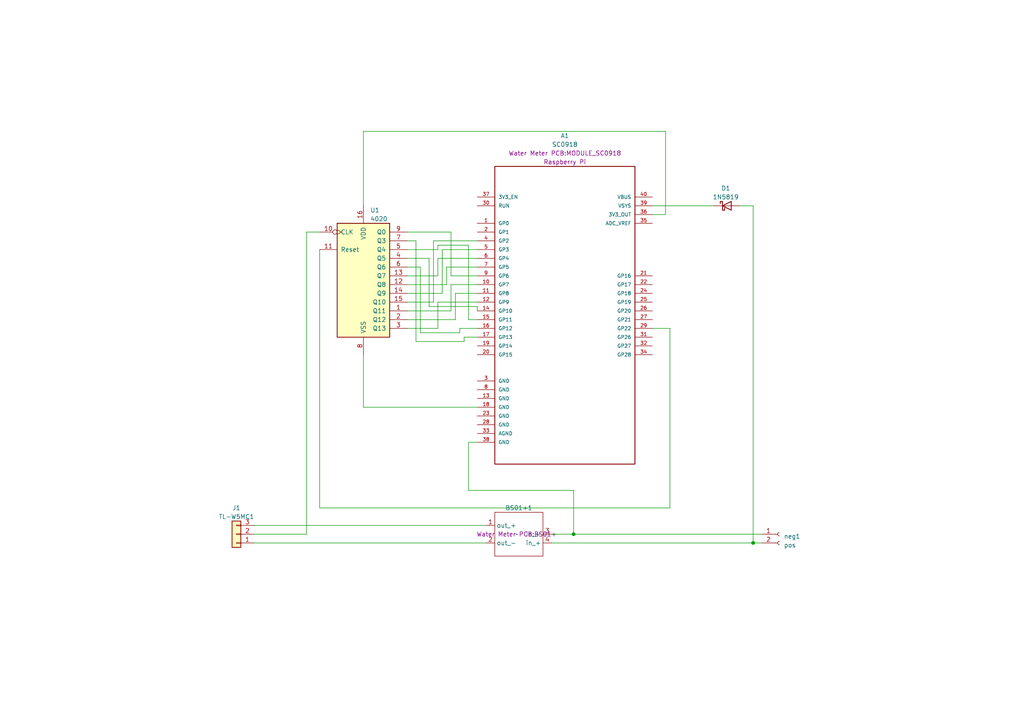
<source format=kicad_sch>
(kicad_sch (version 20230121) (generator eeschema)
  (paper "A4")
  (lib_symbols
    (symbol "4xxx:4020" (pin_names (offset 1.016))
      (property "Reference" "U" (at -7.62 16.51 0))
      (property "Value" "4020" (at -7.62 -19.05 0))
      (symbol "4020_1_0"
        (pin output line (at 12.7 -10.16 180) (length 5.08) (name "Q11") (number "1"))
        (pin input inverted_clock (at -12.7 12.7 0) (length 5.08) (name "CLK") (number "10"))
        (pin input line (at -12.7 7.62 0) (length 5.08) (name "Reset") (number "11"))
        (pin output line (at 12.7 -2.54 180) (length 5.08) (name "Q8") (number "12"))
        (pin output line (at 12.7 0 180) (length 5.08) (name "Q7") (number "13"))
        (pin output line (at 12.7 -5.08 180) (length 5.08) (name "Q9") (number "14"))
        (pin output line (at 12.7 -7.62 180) (length 5.08) (name "Q10") (number "15"))
        (pin power_in line (at 0 20.32 270) (length 5.08) (name "VDD") (number "16"))
        (pin output line (at 12.7 -12.7 180) (length 5.08) (name "Q12") (number "2"))
        (pin output line (at 12.7 -15.24 180) (length 5.08) (name "Q13") (number "3"))
        (pin output line (at 12.7 5.08 180) (length 5.08) (name "Q5") (number "4"))
        (pin output line (at 12.7 7.62 180) (length 5.08) (name "Q4") (number "5"))
        (pin output line (at 12.7 2.54 180) (length 5.08) (name "Q6") (number "6"))
        (pin output line (at 12.7 10.16 180) (length 5.08) (name "Q3") (number "7"))
        (pin power_in line (at 0 -22.86 90) (length 5.08) (name "VSS") (number "8"))
        (pin output line (at 12.7 12.7 180) (length 5.08) (name "Q0") (number "9"))
      )
      (symbol "4020_1_1"
        (rectangle (start -7.62 15.24) (end 7.62 -17.78) (stroke (width 0.254)) (fill (type background)))
      )
    )
    (symbol "Connector:Conn_01x02_Socket" (pin_names (offset 1.016) hide)
      (property "Reference" "J" (at 0 2.54 0))
      (property "Value" "Conn_01x02_Socket" (at 0 -5.08 0))
      (symbol "Conn_01x02_Socket_1_1"
        (arc (start 0 -2.032) (mid -0.5058 -2.54) (end 0 -3.048) (stroke (width 0.1524)))
        (polyline (pts (xy -1.27 -2.54) (xy -0.508 -2.54)) (stroke (width 0.1524)))
        (polyline (pts (xy -1.27 0) (xy -0.508 0)) (stroke (width 0.1524)))
        (arc (start 0 0.508) (mid -0.5058 0) (end 0 -0.508) (stroke (width 0.1524)))
        (pin passive line (at -5.08 0 0) (length 3.81) (name "Pin_1") (number "1"))
        (pin passive line (at -5.08 -2.54 0) (length 3.81) (name "Pin_2") (number "2"))
      )
    )
    (symbol "Connector_Generic:Conn_01x03" (pin_names (offset 1.016) hide)
      (property "Reference" "J" (at 0 5.08 0))
      (property "Value" "Conn_01x03" (at 0 -5.08 0))
      (symbol "Conn_01x03_1_1"
        (rectangle (start -1.27 -2.413) (end 0 -2.667) (stroke (width 0.1524)))
        (rectangle (start -1.27 0.127) (end 0 -0.127) (stroke (width 0.1524)))
        (rectangle (start -1.27 2.667) (end 0 2.413) (stroke (width 0.1524)))
        (rectangle (start -1.27 3.81) (end 1.27 -3.81) (stroke (width 0.254)) (fill (type background)))
        (pin passive line (at -5.08 2.54 0) (length 3.81) (name "Pin_1") (number "1"))
        (pin passive line (at -5.08 0 0) (length 3.81) (name "Pin_2") (number "2"))
        (pin passive line (at -5.08 -2.54 0) (length 3.81) (name "Pin_3") (number "3"))
      )
    )
    (symbol "Diode:1N5819" (pin_numbers hide) (pin_names (offset 1.016) hide)
      (property "Reference" "D" (at 0 2.54 0))
      (property "Value" "1N5819" (at 0 -2.54 0))
      (symbol "1N5819_0_1"
        (polyline (pts (xy 1.27 0) (xy -1.27 0)))
        (polyline (pts (xy 1.27 1.27) (xy 1.27 -1.27) (xy -1.27 0) (xy 1.27 1.27)) (stroke (width 0.254)))
        (polyline (pts (xy -1.905 0.635) (xy -1.905 1.27) (xy -1.27 1.27) (xy -1.27 -1.27) (xy -0.635 -1.27) (xy -0.635 -0.635)) (stroke (width 0.254)))
      )
      (symbol "1N5819_1_1"
        (pin passive line (at -3.81 0 0) (length 2.54) (name "K") (number "1"))
        (pin passive line (at 3.81 0 180) (length 2.54) (name "A") (number "2"))
      )
    )
    (symbol "Power Modules:BS01+"
      (property "Reference" "BS01+" (at 3.81 5.08 0))
      (symbol "BS01+_0_1"
        (rectangle (start -6.35 6.35) (end 7.62 -6.35))
      )
      (symbol "BS01+_1_1"
        (pin output line (at -8.89 2.54 0) (length 2.54) (name "out_+") (number "1"))
        (pin output line (at -8.89 -2.54 0) (length 2.54) (name "out_-") (number "2"))
        (pin input line (at 10.16 0 180) (length 2.54) (name "in_-") (number "3"))
        (pin input line (at 10.16 -2.54 180) (length 2.54) (name "in_+") (number "4"))
      )
    )
    (symbol "Raspberry_Pi_Pico_W_SC0918:SC0918" (pin_names (offset 1.016))
      (property "Reference" "A1" (at 0 58.42 0))
      (property "Value" "SC0918" (at 0 55.88 0))
      (property "Footprint" "Raspberry Pi:MODULE_SC0918" (at -12.7 -46.99 0))
      (property "manufacturer" "Raspberry Pi" (at 0 53.34 0))
      (symbol "SC0918_0_0"
        (rectangle (start -20.32 -43.18) (end 20.32 43.18) (stroke (width 0.254)))
        (pin bidirectional line (at -25.4 26.67 0) (length 5.08) (name "GP0") (number "1"))
        (pin bidirectional line (at -25.4 8.89 0) (length 5.08) (name "GP7") (number "10"))
        (pin bidirectional line (at -25.4 6.35 0) (length 5.08) (name "GP8") (number "11"))
        (pin bidirectional line (at -25.4 3.81 0) (length 5.08) (name "GP9") (number "12"))
        (pin power_in line (at -25.4 -24.13 0) (length 5.08) (name "GND") (number "13"))
        (pin bidirectional line (at -25.4 1.27 0) (length 5.08) (name "GP10") (number "14"))
        (pin bidirectional line (at -25.4 -1.27 0) (length 5.08) (name "GP11") (number "15"))
        (pin bidirectional line (at -25.4 -3.81 0) (length 5.08) (name "GP12") (number "16"))
        (pin bidirectional line (at -25.4 -6.35 0) (length 5.08) (name "GP13") (number "17"))
        (pin power_in line (at -25.4 -26.67 0) (length 5.08) (name "GND") (number "18"))
        (pin bidirectional line (at -25.4 -8.89 0) (length 5.08) (name "GP14") (number "19"))
        (pin bidirectional line (at -25.4 24.13 0) (length 5.08) (name "GP1") (number "2"))
        (pin bidirectional line (at -25.4 -11.43 0) (length 5.08) (name "GP15") (number "20"))
        (pin bidirectional line (at 25.4 11.43 180) (length 5.08) (name "GP16") (number "21"))
        (pin bidirectional line (at 25.4 8.89 180) (length 5.08) (name "GP17") (number "22"))
        (pin power_in line (at -25.4 -29.21 0) (length 5.08) (name "GND") (number "23"))
        (pin bidirectional line (at 25.4 6.35 180) (length 5.08) (name "GP18") (number "24"))
        (pin bidirectional line (at 25.4 3.81 180) (length 5.08) (name "GP19") (number "25"))
        (pin bidirectional line (at 25.4 1.27 180) (length 5.08) (name "GP20") (number "26"))
        (pin bidirectional line (at 25.4 -1.27 180) (length 5.08) (name "GP21") (number "27"))
        (pin power_in line (at -25.4 -31.75 0) (length 5.08) (name "GND") (number "28"))
        (pin bidirectional line (at 25.4 -3.81 180) (length 5.08) (name "GP22") (number "29"))
        (pin power_in line (at -25.4 -19.05 0) (length 5.08) (name "GND") (number "3"))
        (pin input line (at -25.4 31.75 0) (length 5.08) (name "RUN") (number "30"))
        (pin bidirectional line (at 25.4 -6.35 180) (length 5.08) (name "GP26") (number "31"))
        (pin bidirectional line (at 25.4 -8.89 180) (length 5.08) (name "GP27") (number "32"))
        (pin power_in line (at -25.4 -34.29 0) (length 5.08) (name "AGND") (number "33"))
        (pin bidirectional line (at 25.4 -11.43 180) (length 5.08) (name "GP28") (number "34"))
        (pin power_in line (at 25.4 26.67 180) (length 5.08) (name "ADC_VREF") (number "35"))
        (pin power_in line (at 25.4 29.21 180) (length 5.08) (name "3V3_OUT") (number "36"))
        (pin input line (at -25.4 34.29 0) (length 5.08) (name "3V3_EN") (number "37"))
        (pin power_in line (at -25.4 -36.83 0) (length 5.08) (name "GND") (number "38"))
        (pin free line (at 25.4 31.75 180) (length 5.08) (name "VSYS") (number "39"))
        (pin bidirectional line (at -25.4 21.59 0) (length 5.08) (name "GP2") (number "4"))
        (pin free line (at 25.4 34.29 180) (length 5.08) (name "VBUS") (number "40"))
        (pin bidirectional line (at -25.4 19.05 0) (length 5.08) (name "GP3") (number "5"))
        (pin bidirectional line (at -25.4 16.51 0) (length 5.08) (name "GP4") (number "6"))
        (pin bidirectional line (at -25.4 13.97 0) (length 5.08) (name "GP5") (number "7"))
        (pin power_in line (at -25.4 -21.59 0) (length 5.08) (name "GND") (number "8"))
        (pin bidirectional line (at -25.4 11.43 0) (length 5.08) (name "GP6") (number "9"))
      )
    )
  )
  (junction (at 218.44 157.48))
  (junction (at 166.37 154.94))
  (wire (pts (xy 132.08 85.09) (xy 138.43 85.09)))
  (wire (pts (xy 166.37 154.94) (xy 220.98 154.94)))
  (wire (pts (xy 134.62 99.06) (xy 134.62 97.79)))
  (wire (pts (xy 129.54 77.47) (xy 138.43 77.47)))
  (wire (pts (xy 138.43 128.27) (xy 135.89 128.27)))
  (wire (pts (xy 127 72.39) (xy 127 71.12)))
  (wire (pts (xy 189.23 62.23) (xy 193.04 62.23)))
  (wire (pts (xy 127 71.12) (xy 135.89 71.12)))
  (wire (pts (xy 118.11 74.93) (xy 124.46 74.93)))
  (wire (pts (xy 125.73 87.63) (xy 125.73 69.85)))
  (wire (pts (xy 194.31 95.25) (xy 194.31 147.32)))
  (wire (pts (xy 125.73 69.85) (xy 138.43 69.85)))
  (wire (pts (xy 128.27 85.09) (xy 128.27 72.39)))
  (wire (pts (xy 127 80.01) (xy 127 74.93)))
  (wire (pts (xy 118.11 85.09) (xy 128.27 85.09)))
  (wire (pts (xy 118.11 67.31) (xy 130.81 67.31)))
  (wire (pts (xy 194.31 147.32) (xy 92.71 147.32)))
  (wire (pts (xy 88.9 67.31) (xy 92.71 67.31)))
  (wire (pts (xy 130.81 80.01) (xy 138.43 80.01)))
  (wire (pts (xy 166.37 142.24) (xy 166.37 154.94)))
  (wire (pts (xy 127 95.25) (xy 127 87.63)))
  (wire (pts (xy 135.89 92.71) (xy 138.43 92.71)))
  (wire (pts (xy 130.81 67.31) (xy 130.81 80.01)))
  (wire (pts (xy 124.46 88.9) (xy 138.43 88.9)))
  (wire (pts (xy 189.23 59.69) (xy 207.01 59.69)))
  (wire (pts (xy 118.11 72.39) (xy 127 72.39)))
  (wire (pts (xy 118.11 92.71) (xy 132.08 92.71)))
  (wire (pts (xy 118.11 82.55) (xy 129.54 82.55)))
  (wire (pts (xy 105.41 102.87) (xy 105.41 118.11)))
  (wire (pts (xy 121.92 96.52) (xy 133.35 96.52)))
  (wire (pts (xy 214.63 59.69) (xy 218.44 59.69)))
  (wire (pts (xy 118.11 95.25) (xy 127 95.25)))
  (wire (pts (xy 160.02 154.94) (xy 166.37 154.94)))
  (wire (pts (xy 118.11 90.17) (xy 130.81 90.17)))
  (wire (pts (xy 160.02 157.48) (xy 218.44 157.48)))
  (wire (pts (xy 189.23 95.25) (xy 194.31 95.25)))
  (wire (pts (xy 121.92 77.47) (xy 121.92 96.52)))
  (wire (pts (xy 130.81 90.17) (xy 130.81 82.55)))
  (wire (pts (xy 129.54 82.55) (xy 129.54 77.47)))
  (wire (pts (xy 118.11 87.63) (xy 125.73 87.63)))
  (wire (pts (xy 73.66 152.4) (xy 140.97 152.4)))
  (wire (pts (xy 105.41 118.11) (xy 138.43 118.11)))
  (wire (pts (xy 124.46 74.93) (xy 124.46 88.9)))
  (wire (pts (xy 135.89 142.24) (xy 166.37 142.24)))
  (wire (pts (xy 133.35 95.25) (xy 138.43 95.25)))
  (wire (pts (xy 133.35 96.52) (xy 133.35 95.25)))
  (wire (pts (xy 120.65 99.06) (xy 134.62 99.06)))
  (wire (pts (xy 127 74.93) (xy 138.43 74.93)))
  (wire (pts (xy 118.11 69.85) (xy 120.65 69.85)))
  (wire (pts (xy 138.43 88.9) (xy 138.43 90.17)))
  (wire (pts (xy 193.04 62.23) (xy 193.04 38.1)))
  (wire (pts (xy 218.44 59.69) (xy 218.44 157.48)))
  (wire (pts (xy 118.11 80.01) (xy 127 80.01)))
  (wire (pts (xy 135.89 128.27) (xy 135.89 142.24)))
  (wire (pts (xy 118.11 77.47) (xy 121.92 77.47)))
  (wire (pts (xy 130.81 82.55) (xy 138.43 82.55)))
  (wire (pts (xy 73.66 154.94) (xy 88.9 154.94)))
  (wire (pts (xy 120.65 69.85) (xy 120.65 99.06)))
  (wire (pts (xy 105.41 38.1) (xy 105.41 59.69)))
  (wire (pts (xy 127 87.63) (xy 138.43 87.63)))
  (wire (pts (xy 132.08 92.71) (xy 132.08 85.09)))
  (wire (pts (xy 134.62 97.79) (xy 138.43 97.79)))
  (wire (pts (xy 73.66 157.48) (xy 140.97 157.48)))
  (wire (pts (xy 135.89 71.12) (xy 135.89 92.71)))
  (wire (pts (xy 88.9 67.31) (xy 88.9 154.94)))
  (wire (pts (xy 128.27 72.39) (xy 138.43 72.39)))
  (wire (pts (xy 92.71 72.39) (xy 92.71 147.32)))
  (wire (pts (xy 218.44 157.48) (xy 220.98 157.48)))
  (wire (pts (xy 193.04 38.1) (xy 105.41 38.1)))
  (symbol (lib_id "4xxx:4020") (at 105.41 80.01 0) (unit 1)
    (property "Reference" "U1" (at 107.3659 60.96 0) (effects (justify left)))
    (property "Value" "4020" (at 107.3659 63.5 0) (effects (justify left)))
    (property "Footprint" "Package_DIP:DIP-16_W7.62mm" (effects hide))
    (property "Datasheet" "http://www.intersil.com/content/dam/Intersil/documents/cd40/cd4020bms-24bms-40bms.pdf" (effects hide))
  )
  (symbol (lib_id "Diode:1N5819") (at 210.82 59.69 0) (unit 1)
    (property "Reference" "D1" (at 210.5025 54.61 0))
    (property "Value" "1N5819" (at 210.5025 57.15 0))
    (property "Footprint" "Diode_THT:D_DO-41_SOD81_P10.16mm_Horizontal" (effects hide))
    (property "Datasheet" "http://www.vishay.com/docs/88525/1n5817.pdf" (effects hide))
  )
  (symbol (lib_id "Connector:Conn_01x02_Socket") (at 226.06 154.94 0) (unit 1)
    (property "Reference" "neg1" (at 227.33 155.575 0) (effects (justify left)))
    (property "Value" "pos" (at 227.33 158.115 0) (effects (justify left)))
    (property "Footprint" "Connector_Molex:Molex_KK-254_AE-6410-02A_1x02_P2.54mm_Vertical" (effects hide))
  )
  (symbol (lib_id "Raspberry_Pi_Pico_W_SC0918:SC0918") (at 163.83 91.44 0) (unit 1)
    (property "Reference" "A1" (at 163.83 39.37 0))
    (property "Value" "SC0918" (at 163.83 41.91 0))
    (property "Footprint" "Water Meter PCB:MODULE_SC0918" (at 163.83 44.45 0))
    (property "Datasheet" "https://datasheets.raspberrypi.com/picow/pico-w-datasheet.pdf" (effects hide))
    (property "manufacturer" "Raspberry Pi" (at 163.83 46.99 0))
    (property "P/N" "SC0918" (effects hide))
    (property "PARTREV" "1.6" (effects hide))
    (property "MAXIMUM_PACKAGE_HEIGHT" "3.73mm" (effects hide))
  )
  (symbol (lib_id "Power Modules:BS01+") (at 149.86 154.94 0) (unit 1)
    (property "Reference" "BS01+1" (at 150.495 147.32 0))
    (property "Value" "~" (at 149.86 154.94 0))
    (property "Footprint" "Water Meter PCB:BS01+" (at 149.86 154.94 0))
  )
  (symbol (lib_id "Connector_Generic:Conn_01x03") (at 68.58 154.94 180) (unit 1)
    (property "Reference" "J1" (at 68.58 147.32 0))
    (property "Value" "TL-W5MC1" (at 68.58 149.86 0))
    (property "Footprint" "Connector_Molex:Molex_KK-254_AE-6410-03A_1x03_P2.54mm_Vertical" (effects hide))
  )
)
</source>
